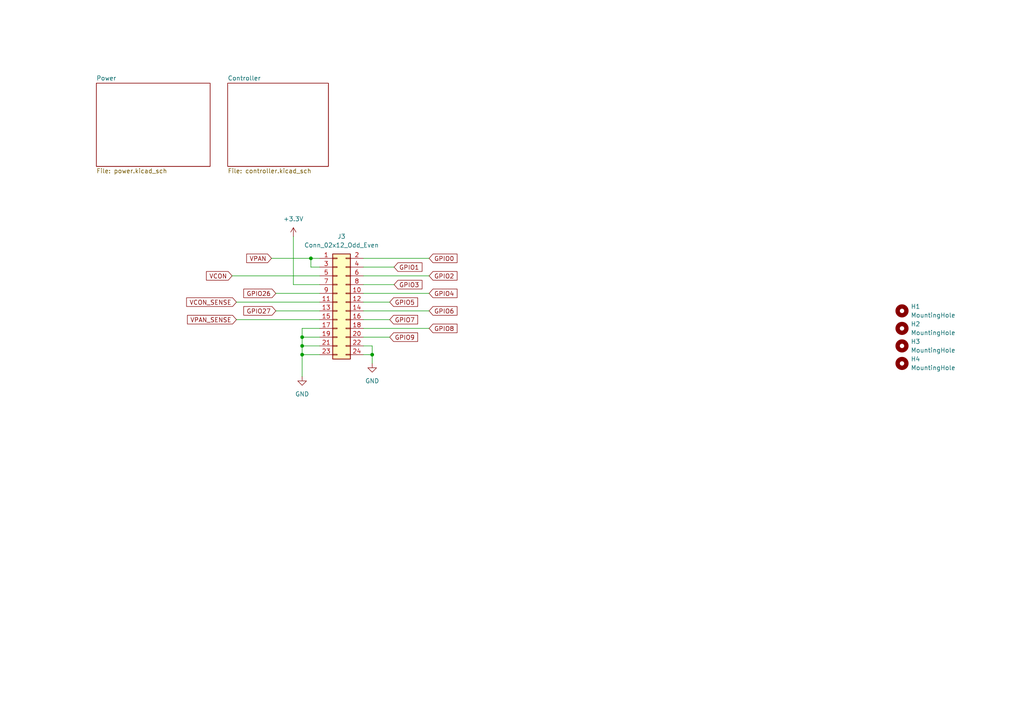
<source format=kicad_sch>
(kicad_sch (version 20250114) (generator "eeschema") (generator_version "9.0")
  (paper "A4")
  (lib_symbols
    (symbol "Connector_Generic:Conn_02x12_Odd_Even" (pin_names (offset 1.016) (hide yes))
      (property "Reference" "J" (at 1.27 15.24 0))
      (property "Value" "Conn_02x12_Odd_Even" (at 1.27 -17.78 0))
      (symbol "Conn_02x12_Odd_Even_1_1"
        (rectangle (start -1.27 13.97) (end 3.81 -16.51) (stroke (width 0.254)) (fill (type background)))
        (rectangle (start -1.27 12.827) (end 0 12.573) (stroke (width 0.1524)))
        (rectangle (start -1.27 10.287) (end 0 10.033) (stroke (width 0.1524)))
        (rectangle (start -1.27 7.747) (end 0 7.493) (stroke (width 0.1524)))
        (rectangle (start -1.27 5.207) (end 0 4.953) (stroke (width 0.1524)))
        (rectangle (start -1.27 2.667) (end 0 2.413) (stroke (width 0.1524)))
        (rectangle (start -1.27 0.127) (end 0 -0.127) (stroke (width 0.1524)))
        (rectangle (start -1.27 -2.413) (end 0 -2.667) (stroke (width 0.1524)))
        (rectangle (start -1.27 -4.953) (end 0 -5.207) (stroke (width 0.1524)))
        (rectangle (start -1.27 -7.493) (end 0 -7.747) (stroke (width 0.1524)))
        (rectangle (start -1.27 -10.033) (end 0 -10.287) (stroke (width 0.1524)))
        (rectangle (start -1.27 -12.573) (end 0 -12.827) (stroke (width 0.1524)))
        (rectangle (start -1.27 -15.113) (end 0 -15.367) (stroke (width 0.1524)))
        (rectangle (start 3.81 12.827) (end 2.54 12.573) (stroke (width 0.1524)))
        (rectangle (start 3.81 10.287) (end 2.54 10.033) (stroke (width 0.1524)))
        (rectangle (start 3.81 7.747) (end 2.54 7.493) (stroke (width 0.1524)))
        (rectangle (start 3.81 5.207) (end 2.54 4.953) (stroke (width 0.1524)))
        (rectangle (start 3.81 2.667) (end 2.54 2.413) (stroke (width 0.1524)))
        (rectangle (start 3.81 0.127) (end 2.54 -0.127) (stroke (width 0.1524)))
        (rectangle (start 3.81 -2.413) (end 2.54 -2.667) (stroke (width 0.1524)))
        (rectangle (start 3.81 -4.953) (end 2.54 -5.207) (stroke (width 0.1524)))
        (rectangle (start 3.81 -7.493) (end 2.54 -7.747) (stroke (width 0.1524)))
        (rectangle (start 3.81 -10.033) (end 2.54 -10.287) (stroke (width 0.1524)))
        (rectangle (start 3.81 -12.573) (end 2.54 -12.827) (stroke (width 0.1524)))
        (rectangle (start 3.81 -15.113) (end 2.54 -15.367) (stroke (width 0.1524)))
        (pin passive line (at -5.08 12.7 0) (length 3.81) (name "Pin_1") (number "1"))
        (pin passive line (at -5.08 10.16 0) (length 3.81) (name "Pin_3") (number "3"))
        (pin passive line (at -5.08 7.62 0) (length 3.81) (name "Pin_5") (number "5"))
        (pin passive line (at -5.08 5.08 0) (length 3.81) (name "Pin_7") (number "7"))
        (pin passive line (at -5.08 2.54 0) (length 3.81) (name "Pin_9") (number "9"))
        (pin passive line (at -5.08 0 0) (length 3.81) (name "Pin_11") (number "11"))
        (pin passive line (at -5.08 -2.54 0) (length 3.81) (name "Pin_13") (number "13"))
        (pin passive line (at -5.08 -5.08 0) (length 3.81) (name "Pin_15") (number "15"))
        (pin passive line (at -5.08 -7.62 0) (length 3.81) (name "Pin_17") (number "17"))
        (pin passive line (at -5.08 -10.16 0) (length 3.81) (name "Pin_19") (number "19"))
        (pin passive line (at -5.08 -12.7 0) (length 3.81) (name "Pin_21") (number "21"))
        (pin passive line (at -5.08 -15.24 0) (length 3.81) (name "Pin_23") (number "23"))
        (pin passive line (at 7.62 12.7 180) (length 3.81) (name "Pin_2") (number "2"))
        (pin passive line (at 7.62 10.16 180) (length 3.81) (name "Pin_4") (number "4"))
        (pin passive line (at 7.62 7.62 180) (length 3.81) (name "Pin_6") (number "6"))
        (pin passive line (at 7.62 5.08 180) (length 3.81) (name "Pin_8") (number "8"))
        (pin passive line (at 7.62 2.54 180) (length 3.81) (name "Pin_10") (number "10"))
        (pin passive line (at 7.62 0 180) (length 3.81) (name "Pin_12") (number "12"))
        (pin passive line (at 7.62 -2.54 180) (length 3.81) (name "Pin_14") (number "14"))
        (pin passive line (at 7.62 -5.08 180) (length 3.81) (name "Pin_16") (number "16"))
        (pin passive line (at 7.62 -7.62 180) (length 3.81) (name "Pin_18") (number "18"))
        (pin passive line (at 7.62 -10.16 180) (length 3.81) (name "Pin_20") (number "20"))
        (pin passive line (at 7.62 -12.7 180) (length 3.81) (name "Pin_22") (number "22"))
        (pin passive line (at 7.62 -15.24 180) (length 3.81) (name "Pin_24") (number "24"))
      )
    )
    (symbol "Mechanical:MountingHole" (pin_names (offset 1.016)) (exclude_from_sim yes) (in_bom no)
      (property "Reference" "H" (at 0 5.08 0))
      (property "Value" "MountingHole" (at 0 3.175 0))
      (symbol "MountingHole_0_1"
        (circle (center 0 0) (radius 1.27) (stroke (width 1.27)))
      )
    )
    (symbol "power:+3.3V" (power) (pin_numbers (hide yes)) (pin_names (offset 0) (hide yes))
      (property "Value" "+3.3V" (at 0 3.556 0))
      (symbol "+3.3V_0_1"
        (polyline (pts (xy -0.762 1.27) (xy 0 2.54)))
        (polyline (pts (xy 0 2.54) (xy 0.762 1.27)))
        (polyline (pts (xy 0 0) (xy 0 2.54)))
      )
      (symbol "+3.3V_1_1"
        (pin power_in line (at 0 0 90) (length 0) (name "~") (number "1"))
      )
    )
    (symbol "power:GND" (power) (pin_numbers (hide yes)) (pin_names (offset 0) (hide yes))
      (property "Value" "GND" (at 0 -3.81 0))
      (symbol "GND_0_1"
        (polyline (pts (xy 0 0) (xy 0 -1.27) (xy 1.27 -1.27) (xy 0 -2.54) (xy -1.27 -1.27) (xy 0 -1.27)))
      )
      (symbol "GND_1_1"
        (pin power_in line (at 0 0 270) (length 0) (name "~") (number "1"))
      )
    )
  )
  (junction (at 107.95 102.87))
  (junction (at 90.17 74.93))
  (junction (at 87.63 102.87))
  (junction (at 87.63 97.79))
  (junction (at 87.63 100.33))
  (wire (pts (xy 114.3 77.47) (xy 105.41 77.47)))
  (wire (pts (xy 87.63 97.79) (xy 92.71 97.79)))
  (wire (pts (xy 92.71 82.55) (xy 85.09 82.55)))
  (wire (pts (xy 80.01 85.09) (xy 92.71 85.09)))
  (wire (pts (xy 87.63 95.25) (xy 87.63 97.79)))
  (wire (pts (xy 107.95 100.33) (xy 107.95 102.87)))
  (wire (pts (xy 78.74 74.93) (xy 90.17 74.93)))
  (wire (pts (xy 105.41 92.71) (xy 113.03 92.71)))
  (wire (pts (xy 87.63 95.25) (xy 92.71 95.25)))
  (wire (pts (xy 105.41 90.17) (xy 124.46 90.17)))
  (wire (pts (xy 90.17 74.93) (xy 92.71 74.93)))
  (wire (pts (xy 87.63 97.79) (xy 87.63 100.33)))
  (wire (pts (xy 124.46 80.01) (xy 105.41 80.01)))
  (wire (pts (xy 105.41 87.63) (xy 113.03 87.63)))
  (wire (pts (xy 124.46 74.93) (xy 105.41 74.93)))
  (wire (pts (xy 107.95 102.87) (xy 107.95 105.41)))
  (wire (pts (xy 87.63 102.87) (xy 87.63 109.22)))
  (wire (pts (xy 124.46 85.09) (xy 105.41 85.09)))
  (wire (pts (xy 105.41 100.33) (xy 107.95 100.33)))
  (wire (pts (xy 87.63 102.87) (xy 92.71 102.87)))
  (wire (pts (xy 68.58 92.71) (xy 92.71 92.71)))
  (wire (pts (xy 90.17 77.47) (xy 90.17 74.93)))
  (wire (pts (xy 113.03 97.79) (xy 105.41 97.79)))
  (wire (pts (xy 87.63 100.33) (xy 87.63 102.87)))
  (wire (pts (xy 85.09 68.58) (xy 85.09 82.55)))
  (wire (pts (xy 92.71 77.47) (xy 90.17 77.47)))
  (wire (pts (xy 87.63 100.33) (xy 92.71 100.33)))
  (wire (pts (xy 80.01 90.17) (xy 92.71 90.17)))
  (wire (pts (xy 68.58 87.63) (xy 92.71 87.63)))
  (wire (pts (xy 105.41 95.25) (xy 124.46 95.25)))
  (wire (pts (xy 114.3 82.55) (xy 105.41 82.55)))
  (wire (pts (xy 107.95 102.87) (xy 105.41 102.87)))
  (wire (pts (xy 67.31 80.01) (xy 92.71 80.01)))
  (global_label "GPIO8" (shape input) (at 124.46 95.25 0) (property "Intersheetrefs" "${INTERSHEET_REFS}" (effects (hide yes))))
  (global_label "GPIO5" (shape input) (at 113.03 87.63 0) (property "Intersheetrefs" "${INTERSHEET_REFS}" (effects (hide yes))))
  (global_label "GPIO9" (shape input) (at 113.03 97.79 0) (property "Intersheetrefs" "${INTERSHEET_REFS}" (effects (hide yes))))
  (global_label "GPIO26" (shape input) (at 80.01 85.09 180) (property "Intersheetrefs" "${INTERSHEET_REFS}" (effects (hide yes))))
  (global_label "GPIO27" (shape input) (at 80.01 90.17 180) (property "Intersheetrefs" "${INTERSHEET_REFS}" (effects (hide yes))))
  (global_label "GPIO0" (shape input) (at 124.46 74.93 0) (property "Intersheetrefs" "${INTERSHEET_REFS}" (effects (hide yes))))
  (global_label "VCON" (shape input) (at 67.31 80.01 180) (property "Intersheetrefs" "${INTERSHEET_REFS}" (effects (hide yes))))
  (global_label "GPIO6" (shape input) (at 124.46 90.17 0) (property "Intersheetrefs" "${INTERSHEET_REFS}" (effects (hide yes))))
  (global_label "VPAN" (shape input) (at 78.74 74.93 180) (property "Intersheetrefs" "${INTERSHEET_REFS}" (effects (hide yes))))
  (global_label "GPIO3" (shape input) (at 114.3 82.55 0) (property "Intersheetrefs" "${INTERSHEET_REFS}" (effects (hide yes))))
  (global_label "GPIO7" (shape input) (at 113.03 92.71 0) (property "Intersheetrefs" "${INTERSHEET_REFS}" (effects (hide yes))))
  (global_label "VCON_SENSE" (shape input) (at 68.58 87.63 180) (property "Intersheetrefs" "${INTERSHEET_REFS}" (effects (hide yes))))
  (global_label "GPIO2" (shape input) (at 124.46 80.01 0) (property "Intersheetrefs" "${INTERSHEET_REFS}" (effects (hide yes))))
  (global_label "GPIO1" (shape input) (at 114.3 77.47 0) (property "Intersheetrefs" "${INTERSHEET_REFS}" (effects (hide yes))))
  (global_label "GPIO4" (shape input) (at 124.46 85.09 0) (property "Intersheetrefs" "${INTERSHEET_REFS}" (effects (hide yes))))
  (global_label "VPAN_SENSE" (shape input) (at 68.58 92.71 180) (property "Intersheetrefs" "${INTERSHEET_REFS}" (effects (hide yes))))
  (symbol (lib_id "Mechanical:MountingHole") (at 261.62 105.41 0) (unit 1) (exclude_from_sim yes) (in_bom no)
    (property "Reference" "H4" (at 264.16 104.1399 0) (effects (justify left)))
    (property "Value" "MountingHole" (at 264.16 106.6799 0) (effects (justify left)))
    (property "Footprint" "MountingHole:MountingHole_3.5mm" (effects (hide yes)))
    (property "Description" "Mounting Hole without connection" (effects (hide yes)))
  )
  (symbol (lib_id "power:GND") (at 107.95 105.41 0) (mirror y) (unit 1)
    (property "Reference" "#PWR013" (effects (hide yes)))
    (property "Value" "GND" (at 107.95 110.49 0))
    (property "Description" "Power symbol creates a global label with name \"GND\" , ground" (effects (hide yes)))
  )
  (symbol (lib_id "Connector_Generic:Conn_02x12_Odd_Even") (at 97.79 87.63 0) (unit 1)
    (property "Reference" "J3" (at 99.06 68.58 0))
    (property "Value" "Conn_02x12_Odd_Even" (at 99.06 71.12 0))
    (property "Footprint" "Connector_PinHeader_2.54mm:PinHeader_2x12_P2.54mm_Vertical" (effects (hide yes)))
    (property "Description" "Generic connector, double row, 02x12, odd/even pin numbering scheme (row 1 odd numbers, row 2 even numbers), script generated (kicad-library-utils/schlib/autogen/connector/)" (effects (hide yes)))
  )
  (symbol (lib_id "power:GND") (at 87.63 109.22 0) (unit 1)
    (property "Reference" "#PWR020" (effects (hide yes)))
    (property "Value" "GND" (at 87.63 114.3 0))
    (property "Description" "Power symbol creates a global label with name \"GND\" , ground" (effects (hide yes)))
  )
  (symbol (lib_id "Mechanical:MountingHole") (at 261.62 100.33 0) (unit 1) (exclude_from_sim yes) (in_bom no)
    (property "Reference" "H3" (at 264.16 99.0599 0) (effects (justify left)))
    (property "Value" "MountingHole" (at 264.16 101.5999 0) (effects (justify left)))
    (property "Footprint" "MountingHole:MountingHole_3.5mm" (effects (hide yes)))
    (property "Description" "Mounting Hole without connection" (effects (hide yes)))
  )
  (symbol (lib_id "Mechanical:MountingHole") (at 261.62 95.25 0) (unit 1) (exclude_from_sim yes) (in_bom no)
    (property "Reference" "H2" (at 264.16 93.9799 0) (effects (justify left)))
    (property "Value" "MountingHole" (at 264.16 96.5199 0) (effects (justify left)))
    (property "Footprint" "MountingHole:MountingHole_3.5mm" (effects (hide yes)))
    (property "Description" "Mounting Hole without connection" (effects (hide yes)))
  )
  (symbol (lib_id "power:+3.3V") (at 85.09 68.58 0) (unit 1)
    (property "Reference" "#PWR019" (effects (hide yes)))
    (property "Value" "+3.3V" (at 85.09 63.5 0))
    (property "Description" "Power symbol creates a global label with name \"+3.3V\"" (effects (hide yes)))
  )
  (symbol (lib_id "Mechanical:MountingHole") (at 261.62 90.17 0) (unit 1) (exclude_from_sim yes) (in_bom no)
    (property "Reference" "H1" (at 264.16 88.8999 0) (effects (justify left)))
    (property "Value" "MountingHole" (at 264.16 91.4399 0) (effects (justify left)))
    (property "Footprint" "MountingHole:MountingHole_3.5mm" (effects (hide yes)))
    (property "Description" "Mounting Hole without connection" (effects (hide yes)))
  )
  (sheet (at 27.94 24.13) (size 33.02 24.13) (stroke (width 0.1524))
    (property "Sheetname" "Power" (at 27.94 23.4184 0) (effects (justify left bottom)))
    (property "Sheetfile" "power.kicad_sch" (at 27.94 48.8446 0) (effects (justify left top)))
  )
  (sheet (at 66.04 24.13) (size 29.21 24.13) (stroke (width 0.1524))
    (property "Sheetname" "Controller" (at 66.04 23.4184 0) (effects (justify left bottom)))
    (property "Sheetfile" "controller.kicad_sch" (at 66.04 48.8446 0) (effects (justify left top)))
  )
)
</source>
